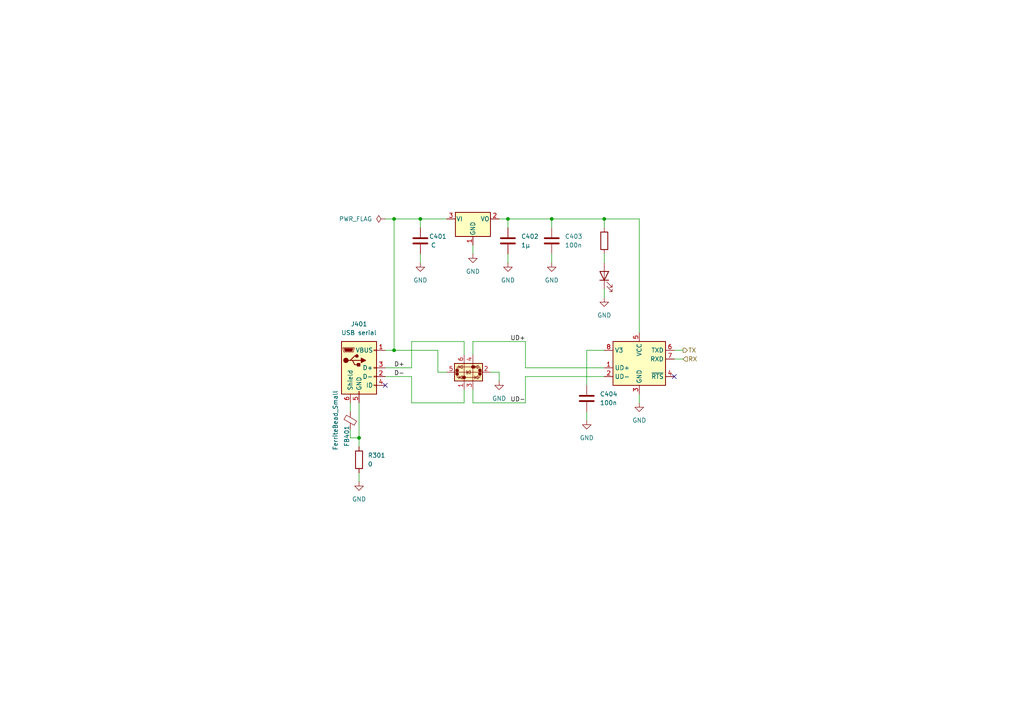
<source format=kicad_sch>
(kicad_sch (version 20231120) (generator "eeschema") (generator_version "8.0")
  (paper "A4")
  (title_block (title "Fair Demo - Input shield") (date "2024-01-14") (rev "0.1") (company "Linutronix GmbH / Benedikt Spranger") (comment 1 "SPDX-License-Identifier: CERN-OHL-S-2.0") (comment 2 "https://ohwr.org/cern_ohl_s_v2.txt") (comment 3 "To view a copy of this license, visit") (comment 4 "This work is licensed under the CERN-OHL-S v2"))
  (lib_symbols
    (symbol "Connector:USB_OTG" (pin_names (offset 1.016))
      (property "Reference" "J" (at -5.08 11.43 0))
      (property "Value" "USB_OTG" (at -5.08 8.89 0))
      (symbol "USB_OTG_0_1"
        (rectangle (start -5.08 -7.62) (end 5.08 7.62) (stroke (width 0.254)) (fill (type background)))
        (circle (center -3.81 2.159) (radius 0.635) (stroke (width 0.254)) (fill (type outline)))
        (circle (center -0.635 3.429) (radius 0.381) (stroke (width 0.254)) (fill (type outline)))
        (rectangle (start -0.127 -7.62) (end 0.127 -6.858))
        (polyline (pts (xy -1.905 2.159) (xy 0.635 2.159)) (stroke (width 0.254)))
        (polyline (pts (xy -3.175 2.159) (xy -2.54 2.159) (xy -1.27 3.429) (xy -0.635 3.429)) (stroke (width 0.254)))
        (polyline (pts (xy -2.54 2.159) (xy -1.905 2.159) (xy -1.27 0.889) (xy 0 0.889)) (stroke (width 0.254)))
        (polyline (pts (xy 0.635 2.794) (xy 0.635 1.524) (xy 1.905 2.159) (xy 0.635 2.794)) (stroke (width 0.254)) (fill (type outline)))
        (polyline (pts (xy -4.318 5.588) (xy -1.778 5.588) (xy -2.032 4.826) (xy -4.064 4.826) (xy -4.318 5.588)) (fill (type outline)))
        (polyline (pts (xy -4.699 5.842) (xy -4.699 5.588) (xy -4.445 4.826) (xy -4.445 4.572) (xy -1.651 4.572) (xy -1.651 4.826) (xy -1.397 5.588) (xy -1.397 5.842) (xy -4.699 5.842)))
        (rectangle (start 0.254 1.27) (end -0.508 0.508) (stroke (width 0.254)) (fill (type outline)))
        (rectangle (start 5.08 -5.207) (end 4.318 -4.953))
        (rectangle (start 5.08 -2.667) (end 4.318 -2.413))
        (rectangle (start 5.08 -0.127) (end 4.318 0.127))
        (rectangle (start 5.08 4.953) (end 4.318 5.207))
      )
      (symbol "USB_OTG_1_1"
        (pin passive line (at 7.62 5.08 180) (length 2.54) (name "VBUS") (number "1"))
        (pin bidirectional line (at 7.62 -2.54 180) (length 2.54) (name "D-") (number "2"))
        (pin bidirectional line (at 7.62 0 180) (length 2.54) (name "D+") (number "3"))
        (pin passive line (at 7.62 -5.08 180) (length 2.54) (name "ID") (number "4"))
        (pin passive line (at 0 -10.16 90) (length 2.54) (name "GND") (number "5"))
        (pin passive line (at -2.54 -10.16 90) (length 2.54) (name "Shield") (number "6"))
      )
    )
    (symbol "Device:C" (pin_numbers hide) (pin_names (offset 0.254))
      (property "Reference" "C" (at 0.635 2.54 0))
      (property "Value" "C" (at 0.635 -2.54 0))
      (symbol "C_0_1"
        (polyline (pts (xy -2.032 -0.762) (xy 2.032 -0.762)) (stroke (width 0.508)))
        (polyline (pts (xy -2.032 0.762) (xy 2.032 0.762)) (stroke (width 0.508)))
      )
      (symbol "C_1_1"
        (pin passive line (at 0 3.81 270) (length 2.794) (name "~") (number "1"))
        (pin passive line (at 0 -3.81 90) (length 2.794) (name "~") (number "2"))
      )
    )
    (symbol "Device:FerriteBead_Small" (pin_numbers hide) (pin_names (offset 0))
      (property "Reference" "FB" (at 1.905 1.27 0))
      (property "Value" "FerriteBead_Small" (at 1.905 -1.27 0))
      (symbol "FerriteBead_Small_0_1"
        (polyline (pts (xy 0 -1.27) (xy 0 -0.7874)))
        (polyline (pts (xy 0 0.889) (xy 0 1.2954)))
        (polyline (pts (xy -1.8288 0.2794) (xy -1.1176 1.4986) (xy 1.8288 -0.2032) (xy 1.1176 -1.4224) (xy -1.8288 0.2794)))
      )
      (symbol "FerriteBead_Small_1_1"
        (pin passive line (at 0 2.54 270) (length 1.27) (name "~") (number "1"))
        (pin passive line (at 0 -2.54 90) (length 1.27) (name "~") (number "2"))
      )
    )
    (symbol "Device:LED" (pin_numbers hide) (pin_names (offset 1.016) hide)
      (property "Reference" "D" (at 0 2.54 0))
      (property "Value" "LED" (at 0 -2.54 0))
      (symbol "LED_0_1"
        (polyline (pts (xy -1.27 -1.27) (xy -1.27 1.27)) (stroke (width 0.254)))
        (polyline (pts (xy -1.27 0) (xy 1.27 0)))
        (polyline (pts (xy 1.27 -1.27) (xy 1.27 1.27) (xy -1.27 0) (xy 1.27 -1.27)) (stroke (width 0.254)))
        (polyline (pts (xy -3.048 -0.762) (xy -4.572 -2.286) (xy -3.81 -2.286) (xy -4.572 -2.286) (xy -4.572 -1.524)))
        (polyline (pts (xy -1.778 -0.762) (xy -3.302 -2.286) (xy -2.54 -2.286) (xy -3.302 -2.286) (xy -3.302 -1.524)))
      )
      (symbol "LED_1_1"
        (pin passive line (at -3.81 0 0) (length 2.54) (name "K") (number "1"))
        (pin passive line (at 3.81 0 180) (length 2.54) (name "A") (number "2"))
      )
    )
    (symbol "Device:R" (pin_numbers hide) (pin_names (offset 0))
      (property "Reference" "R" (at 2.032 0 90))
      (property "Value" "R" (at 0 0 90))
      (symbol "R_0_1"
        (rectangle (start -1.016 -2.54) (end 1.016 2.54) (stroke (width 0.254)))
      )
      (symbol "R_1_1"
        (pin passive line (at 0 3.81 270) (length 1.27) (name "~") (number "1"))
        (pin passive line (at 0 -3.81 90) (length 1.27) (name "~") (number "2"))
      )
    )
    (symbol "Interface_USB:CH330N"
      (property "Reference" "U" (at -7.62 6.35 0))
      (property "Value" "CH330N" (at 7.62 6.35 0))
      (symbol "CH330N_0_1"
        (rectangle (start -7.62 5.08) (end 7.62 -7.62) (stroke (width 0.254)) (fill (type background)))
      )
      (symbol "CH330N_1_1"
        (pin bidirectional line (at -10.16 -2.54 0) (length 2.54) (name "UD+") (number "1"))
        (pin bidirectional line (at -10.16 -5.08 0) (length 2.54) (name "UD-") (number "2"))
        (pin power_in line (at 0 -10.16 90) (length 2.54) (name "GND") (number "3"))
        (pin output line (at 10.16 -5.08 180) (length 2.54) (name "~{RTS}") (number "4"))
        (pin power_in line (at 0 7.62 270) (length 2.54) (name "VCC") (number "5"))
        (pin output line (at 10.16 2.54 180) (length 2.54) (name "TXD") (number "6"))
        (pin input line (at 10.16 0 180) (length 2.54) (name "RXD") (number "7"))
        (pin passive line (at -10.16 2.54 0) (length 2.54) (name "V3") (number "8"))
      )
    )
    (symbol "Power_Protection:USBLC6-2SC6" (pin_names hide)
      (property "Reference" "U" (at 0.635 5.715 0))
      (property "Value" "USBLC6-2SC6" (at 0.635 3.81 0))
      (symbol "USBLC6-2SC6_0_0"
        (circle (center -1.524 0) (radius 0.0001) (stroke (width 0.508)))
        (circle (center -0.508 -4.572) (radius 0.0001) (stroke (width 0.508)))
        (circle (center -0.508 2.032) (radius 0.0001) (stroke (width 0.508)))
        (circle (center 0.508 -4.572) (radius 0.0001) (stroke (width 0.508)))
        (circle (center 0.508 2.032) (radius 0.0001) (stroke (width 0.508)))
        (circle (center 1.524 -2.54) (radius 0.0001) (stroke (width 0.508)))
      )
      (symbol "USBLC6-2SC6_0_1"
        (polyline (pts (xy -2.54 -2.54) (xy 2.54 -2.54)))
        (polyline (pts (xy -2.54 0) (xy 2.54 0)))
        (polyline (pts (xy -2.032 -3.048) (xy -1.016 -3.048)))
        (polyline (pts (xy -1.016 1.524) (xy -2.032 1.524)))
        (polyline (pts (xy 1.016 -3.048) (xy 2.032 -3.048)))
        (polyline (pts (xy 1.016 1.524) (xy 2.032 1.524)))
        (polyline (pts (xy -0.508 -1.143) (xy -0.508 -0.762) (xy 0.508 -0.762)))
        (polyline (pts (xy -2.032 0.508) (xy -1.016 0.508) (xy -1.524 1.524) (xy -2.032 0.508)))
        (polyline (pts (xy -1.016 -4.064) (xy -2.032 -4.064) (xy -1.524 -3.048) (xy -1.016 -4.064)))
        (polyline (pts (xy 0.508 -1.778) (xy -0.508 -1.778) (xy 0 -0.762) (xy 0.508 -1.778)))
        (polyline (pts (xy 2.032 -4.064) (xy 1.016 -4.064) (xy 1.524 -3.048) (xy 2.032 -4.064)))
        (polyline (pts (xy 2.032 0.508) (xy 1.016 0.508) (xy 1.524 1.524) (xy 2.032 0.508)))
        (polyline (pts (xy 0 2.54) (xy -0.508 2.032) (xy 0.508 2.032) (xy 0 1.524) (xy 0 -4.064) (xy -0.508 -4.572) (xy 0.508 -4.572) (xy 0 -5.08)))
      )
      (symbol "USBLC6-2SC6_1_1"
        (rectangle (start -2.54 2.794) (end 2.54 -5.334) (stroke (width 0.254)) (fill (type background)))
        (polyline (pts (xy -0.508 2.032) (xy -1.524 2.032) (xy -1.524 -4.572) (xy -0.508 -4.572)))
        (polyline (pts (xy 0.508 -4.572) (xy 1.524 -4.572) (xy 1.524 2.032) (xy 0.508 2.032)))
        (pin passive line (at -5.08 0 0) (length 2.54) (name "I/O1") (number "1"))
        (pin passive line (at 0 -7.62 90) (length 2.54) (name "GND") (number "2"))
        (pin passive line (at -5.08 -2.54 0) (length 2.54) (name "I/O2") (number "3"))
        (pin passive line (at 5.08 -2.54 180) (length 2.54) (name "I/O2") (number "4"))
        (pin passive line (at 0 5.08 270) (length 2.54) (name "VBUS") (number "5"))
        (pin passive line (at 5.08 0 180) (length 2.54) (name "I/O1") (number "6"))
      )
    )
    (symbol "Regulator_Linear:XC6206PxxxMR" (pin_names (offset 0.254))
      (property "Reference" "U" (at -3.81 3.175 0))
      (property "Value" "XC6206PxxxMR" (at 0 3.175 0))
      (symbol "XC6206PxxxMR_0_1"
        (rectangle (start -5.08 1.905) (end 5.08 -5.08) (stroke (width 0.254)) (fill (type background)))
      )
      (symbol "XC6206PxxxMR_1_1"
        (pin power_in line (at 0 -7.62 90) (length 2.54) (name "GND") (number "1"))
        (pin power_out line (at 7.62 0 180) (length 2.54) (name "VO") (number "2"))
        (pin power_in line (at -7.62 0 0) (length 2.54) (name "VI") (number "3"))
      )
    )
    (symbol "power:GND" (power) (pin_numbers hide) (pin_names (offset 0) hide)
      (property "Value" "GND" (at 0 -3.81 0))
      (symbol "GND_0_1"
        (polyline (pts (xy 0 0) (xy 0 -1.27) (xy 1.27 -1.27) (xy 0 -2.54) (xy -1.27 -1.27) (xy 0 -1.27)))
      )
      (symbol "GND_1_1"
        (pin power_in line (at 0 0 270) (length 0) (name "~") (number "1"))
      )
    )
    (symbol "power:PWR_FLAG" (power) (pin_numbers hide) (pin_names (offset 0) hide)
      (property "Value" "PWR_FLAG" (at 0 3.81 0))
      (symbol "PWR_FLAG_0_0"
        (pin power_out line (at 0 0 90) (length 0) (name "~") (number "1"))
      )
      (symbol "PWR_FLAG_0_1"
        (polyline (pts (xy 0 0) (xy 0 1.27) (xy -1.016 1.905) (xy 0 2.54) (xy 1.016 1.905) (xy 0 1.27)))
      )
    )
  )
  (junction (at 147.32 63.5))
  (junction (at 114.3 63.5))
  (junction (at 104.14 127))
  (junction (at 160.02 63.5))
  (junction (at 114.3 101.6))
  (junction (at 175.26 63.5))
  (junction (at 121.92 63.5))
  (no_connect (at 111.76 111.76))
  (no_connect (at 195.58 109.22))
  (wire (pts (xy 195.58 101.6) (xy 198.12 101.6)))
  (wire (pts (xy 142.24 107.95) (xy 144.78 107.95)))
  (wire (pts (xy 170.18 101.6) (xy 170.18 111.76)))
  (wire (pts (xy 160.02 73.66) (xy 160.02 76.2)))
  (wire (pts (xy 175.26 63.5) (xy 175.26 66.04)))
  (wire (pts (xy 111.76 101.6) (xy 114.3 101.6)))
  (wire (pts (xy 119.38 116.84) (xy 134.62 116.84)))
  (wire (pts (xy 160.02 63.5) (xy 160.02 66.04)))
  (wire (pts (xy 119.38 99.06) (xy 134.62 99.06)))
  (wire (pts (xy 111.76 106.68) (xy 119.38 106.68)))
  (wire (pts (xy 147.32 73.66) (xy 147.32 76.2)))
  (wire (pts (xy 144.78 107.95) (xy 144.78 110.49)))
  (wire (pts (xy 101.6 127) (xy 104.14 127)))
  (wire (pts (xy 175.26 83.82) (xy 175.26 86.36)))
  (wire (pts (xy 137.16 116.84) (xy 152.4 116.84)))
  (wire (pts (xy 137.16 99.06) (xy 152.4 99.06)))
  (wire (pts (xy 121.92 73.66) (xy 121.92 76.2)))
  (wire (pts (xy 175.26 63.5) (xy 160.02 63.5)))
  (wire (pts (xy 170.18 119.38) (xy 170.18 121.92)))
  (wire (pts (xy 111.76 109.22) (xy 119.38 109.22)))
  (wire (pts (xy 121.92 63.5) (xy 121.92 66.04)))
  (wire (pts (xy 137.16 71.12) (xy 137.16 73.66)))
  (wire (pts (xy 185.42 96.52) (xy 185.42 63.5)))
  (wire (pts (xy 152.4 109.22) (xy 175.26 109.22)))
  (wire (pts (xy 147.32 63.5) (xy 147.32 66.04)))
  (wire (pts (xy 101.6 116.84) (xy 101.6 119.38)))
  (wire (pts (xy 119.38 106.68) (xy 119.38 99.06)))
  (wire (pts (xy 195.58 104.14) (xy 198.12 104.14)))
  (wire (pts (xy 175.26 73.66) (xy 175.26 76.2)))
  (wire (pts (xy 152.4 99.06) (xy 152.4 106.68)))
  (wire (pts (xy 137.16 99.06) (xy 137.16 102.87)))
  (wire (pts (xy 114.3 101.6) (xy 127 101.6)))
  (wire (pts (xy 152.4 106.68) (xy 175.26 106.68)))
  (wire (pts (xy 127 101.6) (xy 127 107.95)))
  (wire (pts (xy 175.26 101.6) (xy 170.18 101.6)))
  (wire (pts (xy 185.42 114.3) (xy 185.42 116.84)))
  (wire (pts (xy 134.62 113.03) (xy 134.62 116.84)))
  (wire (pts (xy 137.16 113.03) (xy 137.16 116.84)))
  (wire (pts (xy 119.38 109.22) (xy 119.38 116.84)))
  (wire (pts (xy 104.14 116.84) (xy 104.14 127)))
  (wire (pts (xy 152.4 116.84) (xy 152.4 109.22)))
  (wire (pts (xy 111.76 63.5) (xy 114.3 63.5)))
  (wire (pts (xy 101.6 124.46) (xy 101.6 127)))
  (wire (pts (xy 144.78 63.5) (xy 147.32 63.5)))
  (wire (pts (xy 134.62 99.06) (xy 134.62 102.87)))
  (wire (pts (xy 127 107.95) (xy 129.54 107.95)))
  (wire (pts (xy 147.32 63.5) (xy 160.02 63.5)))
  (wire (pts (xy 185.42 63.5) (xy 175.26 63.5)))
  (wire (pts (xy 121.92 63.5) (xy 114.3 63.5)))
  (wire (pts (xy 104.14 127) (xy 104.14 129.54)))
  (wire (pts (xy 104.14 137.16) (xy 104.14 139.7)))
  (wire (pts (xy 129.54 63.5) (xy 121.92 63.5)))
  (wire (pts (xy 114.3 63.5) (xy 114.3 101.6)))
  (label "UD-" (at 152.4 116.84 180))
  (label "D-" (at 114.3 109.22 0))
  (label "UD+" (at 152.4 99.06 180))
  (label "D+" (at 114.3 106.68 0))
  (hierarchical_label "RX" (shape input) (at 198.12 104.14 0))
  (hierarchical_label "TX" (shape output) (at 198.12 101.6 0))
  (symbol (lib_id "power:GND") (at 137.16 73.66 0) (unit 1)
    (property "Reference" "#PWR0403" (effects (hide yes)))
    (property "Value" "GND" (at 137.16 78.74 0))
    (property "Description" "Power symbol creates a global label with name \"GND\" , ground" (effects (hide yes)))
    (instances (project "akkupack-ng" (path "" (reference "#PWR0403") (unit 1)) (path "" (reference "#PWR0303") (unit 1))))
  )
  (symbol (lib_id "power:PWR_FLAG") (at 111.76 63.5 90) (unit 1)
    (property "Reference" "#FLG0401" (effects (hide yes)))
    (property "Value" "PWR_FLAG" (at 107.95 63.5 90) (effects (justify left)))
    (property "Description" "Special symbol for telling ERC where power comes from" (effects (hide yes)))
    (instances (project "akkupack-ng" (path "" (reference "#FLG0401") (unit 1)) (path "" (reference "#FLG0301") (unit 1))))
  )
  (symbol (lib_id "Interface_USB:CH330N") (at 185.42 104.14 0) (unit 1)
    (property "Reference" "U403" (effects (hide yes)))
    (property "Value" "CH330N" (effects (hide yes)))
    (property "Footprint" "Package_SO:SOIC-8_3.9x4.9mm_P1.27mm" (effects (hide yes)))
    (property "Datasheet" "http://www.wch.cn/downloads/file/240.html" (effects (hide yes)))
    (property "Description" "USB serial converter, UART, SOIC-8" (effects (hide yes)))
    (property "SupplLink" "https://jlcpcb.com/partdetail/wch_jiangsu_Qin_heng-CH340N/C2977777" (effects (hide yes)))
    (property "assemble" "y" (effects (hide yes)))
    (property "Long Description" "SOP-8 USB ICs ROHS" (effects (hide yes)))
    (property "MF" "WCH(Jiangsu Qin Heng)" (effects (hide yes)))
    (property "MP" "CH340N" (effects (hide yes)))
    (property "lcsc#" "C2977777" (effects (hide yes)))
    (property "Source" "JLCPCB" (effects (hide yes)))
    (instances (project "akkupack-ng" (path "" (reference "U403") (unit 1)) (path "" (reference "U303") (unit 1))))
  )
  (symbol (lib_id "Connector:USB_OTG") (at 104.14 106.68 0) (unit 1)
    (property "Reference" "J401" (at 104.14 93.98 0))
    (property "Value" "USB serial" (at 104.14 96.52 0))
    (property "Footprint" "fixes:USB_Micro-AB_Molex_47590-0001" (effects (hide yes)))
    (property "Datasheet" " ~" (effects (hide yes)))
    (property "Description" "USB mini/micro connector" (effects (hide yes)))
    (property "assemble" "y" (effects (hide yes)))
    (property "SupplLink" "https://jlcpcb.com/partdetail/Molex-475900001/C136001" (effects (hide yes)))
    (property "Long Description" "1 5P Female Micro-AB SMD USB Connectors ROHS" (effects (hide yes)))
    (property "MF" "MOLEX" (effects (hide yes)))
    (property "MP" "475900001" (effects (hide yes)))
    (property "lcsc#" "C136001" (effects (hide yes)))
    (property "Source" "JLCPCB " (effects (hide yes)))
    (instances (project "akkupack-ng" (path "" (reference "J401") (unit 1)) (path "" (reference "J301") (unit 1))))
  )
  (symbol (lib_id "power:GND") (at 170.18 121.92 0) (unit 1)
    (property "Reference" "#PWR0407" (effects (hide yes)))
    (property "Value" "GND" (at 170.18 127 0))
    (property "Description" "Power symbol creates a global label with name \"GND\" , ground" (effects (hide yes)))
    (instances (project "akkupack-ng" (path "" (reference "#PWR0407") (unit 1)) (path "" (reference "#PWR0307") (unit 1))))
  )
  (symbol (lib_id "Device:C") (at 147.32 69.85 0) (unit 1)
    (property "Reference" "C402" (at 151.13 68.5799 0) (effects (justify left)))
    (property "Value" "1µ" (at 151.13 71.1199 0) (effects (justify left)))
    (property "Footprint" "Capacitor_SMD:C_0402_1005Metric" (effects (hide yes)))
    (property "Description" "Unpolarized capacitor" (effects (hide yes)))
    (property "assemble" "y" (effects (hide yes)))
    (property "SupplLink" "https://jlcpcb.com/partdetail/53938-CL05A105KA5NQNC/C52923" (effects (hide yes)))
    (property "Long Description" "25V 1uF X5R ±10% 0402 Multilayer Ceramic Capacitors MLCC - SMD/SMT ROHS" (effects (hide yes)))
    (property "MF" "Samsung Electro-Mechanics" (effects (hide yes)))
    (property "MP" "CL05A105KA5NQNC" (effects (hide yes)))
    (property "Source" "JLCPCB" (effects (hide yes)))
    (property "lcsc#" "C52923" (effects (hide yes)))
    (instances (project "akkupack-ng" (path "" (reference "C402") (unit 1)) (path "" (reference "C302") (unit 1))))
  )
  (symbol (lib_id "Device:C") (at 170.18 115.57 0) (unit 1)
    (property "Reference" "C404" (at 173.99 114.2999 0) (effects (justify left)))
    (property "Value" "100n" (at 173.99 116.8399 0) (effects (justify left)))
    (property "Footprint" "Capacitor_SMD:C_0402_1005Metric" (effects (hide yes)))
    (property "Description" "Unpolarized capacitor" (effects (hide yes)))
    (property "assemble" "y" (effects (hide yes)))
    (property "SupplLink" "https://jlcpcb.com/partdetail/291005-CL05B104KB54PNC/C307331" (effects (hide yes)))
    (property "Long Description" "50V 100nF X7R ±10% 0402 Multilayer Ceramic Capacitors MLCC - SMD/SMT ROHS" (effects (hide yes)))
    (property "MF" "Samsung Electro-Mechanics" (effects (hide yes)))
    (property "MP" "CL05B104KB54PNC" (effects (hide yes)))
    (property "Source" "JLCPCB" (effects (hide yes)))
    (property "lcsc#" "C307331" (effects (hide yes)))
    (instances (project "akkupack-ng" (path "" (reference "C404") (unit 1)) (path "" (reference "C304") (unit 1))))
  )
  (symbol (lib_id "Device:C") (at 121.92 69.85 0) (unit 1)
    (property "Reference" "C401" (at 127 68.58 0))
    (property "Value" "C" (at 125.73 71.12 0))
    (property "Footprint" "Capacitor_SMD:C_0805_2012Metric" (effects (hide yes)))
    (property "Description" "Unpolarized capacitor" (effects (hide yes)))
    (property "assemble" "y" (effects (hide yes)))
    (property "SupplLink" "https://jlcpcb.com/partdetail/29074-CL21B105KBFNNNE/C28323" (effects (hide yes)))
    (property "Long Description" "50V 1uF X7R ±10% 0805 Multilayer Ceramic Capacitors MLCC - SMD/SMT ROHS" (effects (hide yes)))
    (property "MF" "Samsung Electro-Mechanics" (effects (hide yes)))
    (property "MP" "CL21B105KBFNNNE" (effects (hide yes)))
    (property "Source" "JLCPCB" (effects (hide yes)))
    (property "lcsc#" "C28323" (effects (hide yes)))
    (instances (project "akkupack-ng" (path "" (reference "C401") (unit 1)) (path "" (reference "C301") (unit 1))))
  )
  (symbol (lib_id "power:GND") (at 121.92 76.2 0) (unit 1)
    (property "Reference" "#PWR0402" (effects (hide yes)))
    (property "Value" "GND" (at 121.92 81.28 0))
    (property "Description" "Power symbol creates a global label with name \"GND\" , ground" (effects (hide yes)))
    (instances (project "akkupack-ng" (path "" (reference "#PWR0402") (unit 1)) (path "" (reference "#PWR0302") (unit 1))))
  )
  (symbol (lib_id "Device:R") (at 175.26 69.85 0) (unit 1)
    (property "Reference" "R402" (effects (hide yes)))
    (property "Value" "1k" (effects (hide yes)))
    (property "Footprint" "Resistor_SMD:R_0402_1005Metric" (effects (hide yes)))
    (property "Description" "Resistor" (effects (hide yes)))
    (property "assemble" "y" (effects (hide yes)))
    (property "SupplLink" "https://jlcpcb.com/partdetail/12256-0402WGF1001TCE/C11702" (effects (hide yes)))
    (property "Long Description" "62.5mW Thick Film Resistors 50V ±100ppm/℃ ±1% -55℃~+155℃ 1kΩ 0402 Chip Resistor - Surface Mount ROHS" (effects (hide yes)))
    (property "MF" "UNI-ROYAL(Uniroyal Elec)" (effects (hide yes)))
    (property "MP" "0402WGF1001TCE" (effects (hide yes)))
    (property "lcsc#" "C11702" (effects (hide yes)))
    (property "Source" "JLCPCB" (effects (hide yes)))
    (instances (project "akkupack-ng" (path "" (reference "R402") (unit 1)) (path "" (reference "R302") (unit 1))))
  )
  (symbol (lib_id "power:GND") (at 160.02 76.2 0) (unit 1)
    (property "Reference" "#PWR0406" (effects (hide yes)))
    (property "Value" "GND" (at 160.02 81.28 0))
    (property "Description" "Power symbol creates a global label with name \"GND\" , ground" (effects (hide yes)))
    (instances (project "akkupack-ng" (path "" (reference "#PWR0406") (unit 1)) (path "" (reference "#PWR0306") (unit 1))))
  )
  (symbol (lib_id "power:GND") (at 144.78 110.49 0) (unit 1)
    (property "Reference" "#PWR0404" (effects (hide yes)))
    (property "Value" "GND" (at 144.78 115.57 0))
    (property "Description" "Power symbol creates a global label with name \"GND\" , ground" (effects (hide yes)))
    (instances (project "akkupack-ng" (path "" (reference "#PWR0404") (unit 1)) (path "" (reference "#PWR0304") (unit 1))))
  )
  (symbol (lib_id "Device:FerriteBead_Small") (at 101.6 121.92 0) (unit 1)
    (property "Reference" "FB401" (at 100.584 126.492 90))
    (property "Value" "FerriteBead_Small" (at 97.282 121.92 90))
    (property "Footprint" "Inductor_SMD:L_0805_2012Metric" (effects (hide yes)))
    (property "Description" "Ferrite bead, small symbol" (effects (hide yes)))
    (property "assemble" "y" (effects (hide yes)))
    (property "SupplLink" "https://jlcpcb.com/partdetail/Sunlord-GZ2012D101TF/C1015" (effects (hide yes)))
    (property "MF" "Sunlord" (effects (hide yes)))
    (property "MP" "GZ2012D101TF" (effects (hide yes)))
    (property "lcsc#" "C1015" (effects (hide yes)))
    (property "Long Description" "800mA 1 100Ω@100MHz ±25% 0805 Ferrite Beads ROHS" (effects (hide yes)))
    (property "Source" "JLCPCB " (effects (hide yes)))
    (instances (project "akkupack-ng" (path "" (reference "FB401") (unit 1)) (path "" (reference "FB301") (unit 1))))
  )
  (symbol (lib_id "power:GND") (at 104.14 139.7 0) (unit 1)
    (property "Reference" "#PWR0401" (effects (hide yes)))
    (property "Value" "GND" (at 104.14 144.78 0))
    (property "Description" "Power symbol creates a global label with name \"GND\" , ground" (effects (hide yes)))
    (instances (project "akkupack-ng" (path "" (reference "#PWR0401") (unit 1)) (path "" (reference "#PWR0301") (unit 1))))
  )
  (symbol (lib_id "Device:C") (at 160.02 69.85 0) (unit 1)
    (property "Reference" "C403" (at 163.83 68.5799 0) (effects (justify left)))
    (property "Value" "100n" (at 163.83 71.1199 0) (effects (justify left)))
    (property "Footprint" "Capacitor_SMD:C_0402_1005Metric" (effects (hide yes)))
    (property "Description" "Unpolarized capacitor" (effects (hide yes)))
    (property "assemble" "y" (effects (hide yes)))
    (property "SupplLink" "https://jlcpcb.com/partdetail/291005-CL05B104KB54PNC/C307331" (effects (hide yes)))
    (property "Long Description" "50V 100nF X7R ±10% 0402 Multilayer Ceramic Capacitors MLCC - SMD/SMT ROHS" (effects (hide yes)))
    (property "MF" "Samsung Electro-Mechanics" (effects (hide yes)))
    (property "MP" "CL05B104KB54PNC" (effects (hide yes)))
    (property "Source" "JLCPCB" (effects (hide yes)))
    (property "lcsc#" "C307331" (effects (hide yes)))
    (instances (project "akkupack-ng" (path "" (reference "C403") (unit 1)) (path "" (reference "C303") (unit 1))))
  )
  (symbol (lib_id "Regulator_Linear:XC6206PxxxMR") (at 137.16 63.5 0) (unit 1)
    (property "Reference" "U402" (effects (hide yes)))
    (property "Value" "XC6206PxxxMR" (effects (hide yes)))
    (property "Footprint" "Package_TO_SOT_SMD:SOT-23-3" (effects (hide yes)))
    (property "Datasheet" "https://www.torexsemi.com/file/xc6206/XC6206.pdf" (effects (hide yes)))
    (property "Description" "Positive 60-250mA Low Dropout Regulator, Fixed Output, SOT-23" (effects (hide yes)))
    (property "assemble" "y" (effects (hide yes)))
    (property "SupplLink" "https://jlcpcb.com/partdetail/TorexSemicon-XC6206P332MR/C5446" (effects (hide yes)))
    (property "Long Description" "200mA 680mV@(100mA) Fixed 3.3V~3.3V Positive 1 6V SOT-23-3L Linear Voltage Regulators (LDO) ROHS" (effects (hide yes)))
    (property "MF" "Torex Semicon" (effects (hide yes)))
    (property "MP" "XC6206P332MR" (effects (hide yes)))
    (property "lcsc#" "C5446" (effects (hide yes)))
    (property "Source" "JLCPCB" (effects (hide yes)))
    (instances (project "akkupack-ng" (path "" (reference "U402") (unit 1)) (path "" (reference "U302") (unit 1))))
  )
  (symbol (lib_id "Power_Protection:USBLC6-2SC6") (at 134.62 107.95 90) (unit 1)
    (property "Reference" "U401" (effects (hide yes)))
    (property "Value" "USBLC6-2SC6" (effects (hide yes)))
    (property "Footprint" "Package_TO_SOT_SMD:SOT-23-6" (effects (hide yes)))
    (property "Datasheet" "https://www.st.com/resource/en/datasheet/usblc6-2.pdf" (effects (hide yes)))
    (property "Description" "Very low capacitance ESD protection diode, 2 data-line, SOT-23-6" (effects (hide yes)))
    (property "assemble" "y" (effects (hide yes)))
    (property "SupplLink" "https://jlcpcb.com/partdetail/TechPublic-USBLC62SC6/C2827654" (effects (hide yes)))
    (property "Long Description" "SOT-23-6 ESD Protection Devices ROHS" (effects (hide yes)))
    (property "MF" "TECH PUBLIC" (effects (hide yes)))
    (property "MP" "USBLC6-2SC6" (effects (hide yes)))
    (property "lcsc#" "C2827654" (effects (hide yes)))
    (property "Source" "JLCPCB" (effects (hide yes)))
    (instances (project "akkupack-ng" (path "" (reference "U401") (unit 1)) (path "" (reference "U301") (unit 1))))
  )
  (symbol (lib_id "Device:LED") (at 175.26 80.01 90) (unit 1)
    (property "Reference" "D401" (effects (hide yes)))
    (property "Value" "LED" (effects (hide yes)))
    (property "Footprint" "LED_SMD:LED_0603_1608Metric" (effects (hide yes)))
    (property "Description" "Light emitting diode" (effects (hide yes)))
    (property "assemble" "y" (effects (hide yes)))
    (property "SupplLink" "https://jlcpcb.com/partdetail/Xinglight-XL_1608VRC06/C7371906" (effects (hide yes)))
    (property "Long Description" "90mcd Red 615nm~630nm Upright, surface-mount Red 120° 75mW 0603 Light Emitting Diodes (LED) ROHS" (effects (hide yes)))
    (property "MF" "XINGLIGHT" (effects (hide yes)))
    (property "MP" "XL-1608VRC-06" (effects (hide yes)))
    (property "lcsc#" "C7371906" (effects (hide yes)))
    (property "Source" "JLCPCB " (effects (hide yes)))
    (instances (project "akkupack-ng" (path "" (reference "D401") (unit 1)) (path "" (reference "D301") (unit 1))))
  )
  (symbol (lib_id "power:GND") (at 147.32 76.2 0) (unit 1)
    (property "Reference" "#PWR0405" (effects (hide yes)))
    (property "Value" "GND" (at 147.32 81.28 0))
    (property "Description" "Power symbol creates a global label with name \"GND\" , ground" (effects (hide yes)))
    (instances (project "akkupack-ng" (path "" (reference "#PWR0405") (unit 1)) (path "" (reference "#PWR0305") (unit 1))))
  )
  (symbol (lib_id "Device:R") (at 104.14 133.35 0) (unit 1)
    (property "Reference" "R301" (at 106.68 132.0799 0) (effects (justify left)))
    (property "Value" "0" (at 106.68 134.6199 0) (effects (justify left)))
    (property "Footprint" "Resistor_SMD:R_0402_1005Metric" (effects (hide yes)))
    (property "Description" "Resistor" (effects (hide yes)))
    (property "Source" "JLCPCB" (effects (hide yes)))
    (property "assemble" "y" (effects (hide yes)))
    (property "Long Description" "62.5mW Thick Film Resistors 50V ±800ppm/℃ ±1% 0Ω 0402 Chip Resistor - Surface Mount ROHS" (effects (hide yes)))
    (property "MF" "UNI-ROYAL(Uniroyal Elec)" (effects (hide yes)))
    (property "MP" "0402WGF0000TCE" (effects (hide yes)))
    (property "SupplLink" "https://jlcpcb.com/partdetail/17853-0402WGF0000TCE/C17168" (effects (hide yes)))
    (property "lcsc#" "C17168" (effects (hide yes)))
    (instances (project "akkupack-ng" (path "" (reference "R301") (unit 1)) (path "" (reference "R401") (unit 1))))
  )
  (symbol (lib_id "power:GND") (at 185.42 116.84 0) (unit 1)
    (property "Reference" "#PWR0409" (effects (hide yes)))
    (property "Value" "GND" (at 185.42 121.92 0))
    (property "Description" "Power symbol creates a global label with name \"GND\" , ground" (effects (hide yes)))
    (instances (project "akkupack-ng" (path "" (reference "#PWR0409") (unit 1)) (path "" (reference "#PWR0309") (unit 1))))
  )
  (symbol (lib_id "power:GND") (at 175.26 86.36 0) (unit 1)
    (property "Reference" "#PWR0408" (effects (hide yes)))
    (property "Value" "GND" (at 175.26 91.44 0))
    (property "Description" "Power symbol creates a global label with name \"GND\" , ground" (effects (hide yes)))
    (instances (project "akkupack-ng" (path "" (reference "#PWR0408") (unit 1)) (path "" (reference "#PWR0308") (unit 1))))
  )
)
</source>
